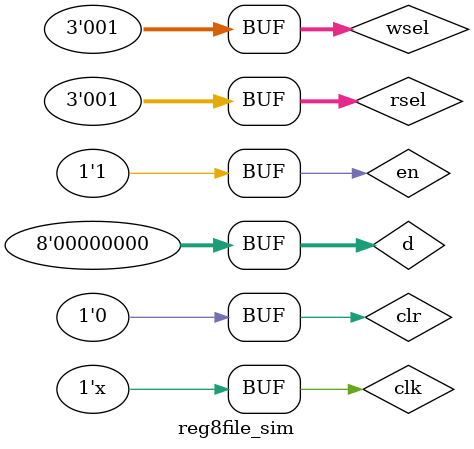
<source format=v>
`timescale 1ns/1ps        

module reg8file_sim();   

    reg [2:0] wsel;
    reg [2:0] rsel;
    reg en;
    reg [7:0] d;
    reg clk;
    reg clr;
    wire [7:0] q;
    
    
   initial    
   begin
        clk = 1'b0;clr = 1'b1;en = 1'b1;d = 8'b00000001;wsel = 3'b000;rsel = 3'b001;
		#5 clr = 1'b0;en = 1'b1;d = 8'b00000001;wsel = 3'b000;rsel = 3'b001;
		#5 clr = 1'b0;en = 1'b1;d = 8'b00000100;wsel = 3'b010;rsel = 3'b000;
		#5 clr = 1'b0;en = 1'b1;d = 8'b00000100;wsel = 3'b010;rsel = 3'b000;
		#5 clr = 1'b0;en = 1'b0;d = 8'b00000000;wsel = 3'b000;rsel = 3'b010;
		#5 clr = 1'b0;en = 1'b0;d = 8'b00000000;wsel = 3'b000;rsel = 3'b010;
		#5 clr = 1'b0;en = 1'b1;d = 8'b00000010;wsel = 3'b001;rsel = 3'b000;
		#5 clr = 1'b0;en = 1'b1;d = 8'b00000010;wsel = 3'b001;rsel = 3'b000;
		#5 clr = 1'b0;en = 1'b1;d = 8'b00000010;wsel = 3'b001;rsel = 3'b001;
		#5 clr = 1'b0;en = 1'b1;d = 8'b00000000;wsel = 3'b001;rsel = 3'b001;                                                                       
   end
   always #5 clk = ~clk;
      
   reg8file u_reg8file (
        .wsel(wsel),
        .rsel(rsel),
        .clk (clk),
        .clr (clr),
        .en  (en ),
        .d   (d  ),
        .q   (q  )
    );
endmodule

</source>
